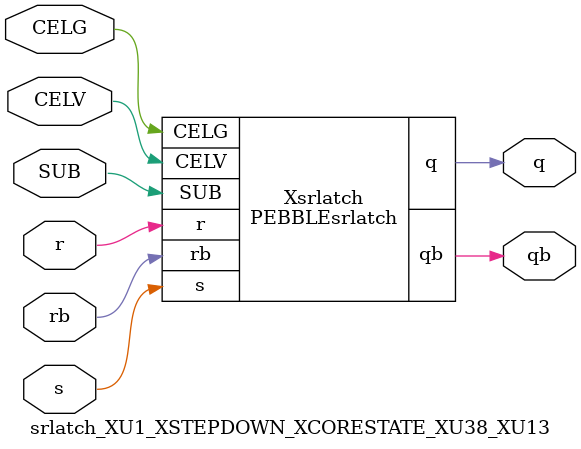
<source format=v>



module PEBBLEsrlatch ( q, qb, CELG, CELV, SUB, r, rb, s );

  input CELV;
  input s;
  output q;
  input rb;
  input r;
  input SUB;
  input CELG;
  output qb;
endmodule

//Celera Confidential Do Not Copy srlatch_XU1_XSTEPDOWN_XCORESTATE_XU38_XU13
//Celera Confidential Symbol Generator
//SR Latch
module srlatch_XU1_XSTEPDOWN_XCORESTATE_XU38_XU13 (CELV,CELG,s,r,rb,q,qb,SUB);
input CELV;
input CELG;
input s;
input r;
input rb;
input SUB;
output q;
output qb;

//Celera Confidential Do Not Copy srlatch
PEBBLEsrlatch Xsrlatch(
.CELV (CELV),
.r (r),
.s (s),
.q (q),
.qb (qb),
.rb (rb),
.SUB (SUB),
.CELG (CELG)
);
//,diesize,PEBBLEsrlatch

//Celera Confidential Do Not Copy Module End
//Celera Schematic Generator
endmodule

</source>
